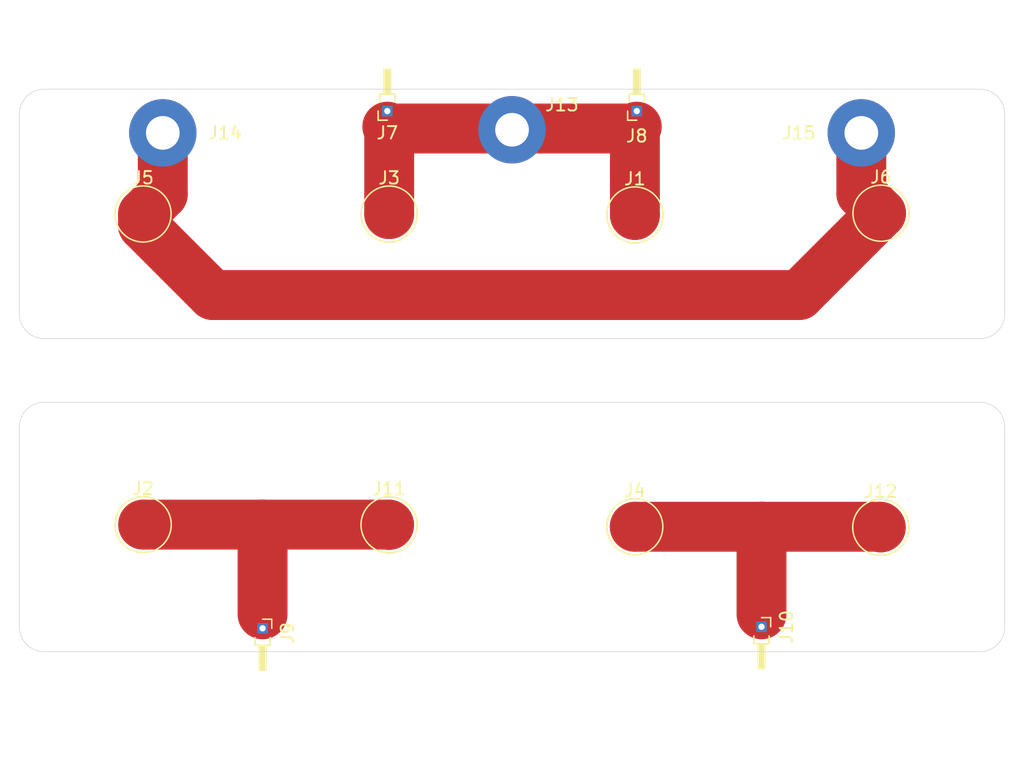
<source format=kicad_pcb>
(kicad_pcb (version 20241229) (generator "pcbnew") (generator_version "9.0")
  (layers (0 "F.Cu" signal) (2 "B.Cu" signal) (13 "F.Paste" user) (15 "B.Paste" user) (5 "F.SilkS" user "F.Silkscreen") (7 "B.SilkS" user "B.Silkscreen") (1 "F.Mask" user) (3 "B.Mask" user) (25 "Edge.Cuts" user))
  (net 0 "")
  (net 1 "+BATT")
  (net 2 "Net-(J11-Pin_1)")
  (net 3 "Net-(J10-Pin_1)")
  (net 4 "-BATT")
  (footprint "MountingHole:MountingHole_2.7mm_M2.5_Pad" (layer "F.Cu") (at 155.5 33.5)
    (property "Reference" "J15" (at -5 0 0) (layer "F.SilkS"))
    (property "Value" "INtConn")
    (pad "1" thru_hole circle (at 0 0) (size 5.4 5.4) (drill 2.7) (layers "*.Cu" "*.Mask") (net 4 "-BATT"))
  )
  (footprint "TestPoint:TestPoint_Pad_D4.0mm" (layer "F.Cu") (at 137.34 65.075)
    (property "Reference" "J4" (at 0 -2.898 0) (layer "F.SilkS"))
    (property "Value" "c4")
    (fp_circle (center 0 0) (end 0 2.25) (stroke (width 0.12)) (fill no) (layer "F.SilkS"))
    (pad "1" smd circle (at 0 0) (size 4 4) (layers "F.Cu" "F.Mask") (net 3 "Net-(J10-Pin_1)"))
  )
  (footprint "TestPoint:TestPoint_Pad_D4.0mm" (layer "F.Cu") (at 97.92 40)
    (property "Reference" "J5" (at 0 -2.898 0) (layer "F.SilkS"))
    (property "Value" "gnd1")
    (fp_circle (center 0 0) (end 0 2.25) (stroke (width 0.12)) (fill no) (layer "F.SilkS"))
    (pad "1" smd circle (at 0 0) (size 4 4) (layers "F.Cu" "F.Mask") (net 4 "-BATT"))
  )
  (footprint "TestPoint:TestPoint_Pad_D4.0mm" (layer "F.Cu") (at 117.65 40.01)
    (property "Reference" "J3" (at 0 -2.898 0) (layer "F.SilkS"))
    (property "Value" "c3")
    (fp_circle (center 0 0) (end 0 2.25) (stroke (width 0.12)) (fill no) (layer "F.SilkS"))
    (pad "1" smd circle (at 0 0) (size 4 4) (layers "F.Cu" "F.Mask") (net 1 "+BATT"))
  )
  (footprint "Connector_PinHeader_1.00mm:PinHeader_1x01_P1.00mm_Horizontal" (layer "F.Cu") (at 147.5 73.095 -90)
    (property "Reference" "J10" (at 0 -2 90) (layer "F.SilkS"))
    (property "Value" "conn")
    (fp_line (start 1.36 0.61) (end 0.735 0.610001) (stroke (width 0.12)) (layer "F.SilkS"))
    (fp_line (start -0.734999 0) (end -0.735 -0.735) (stroke (width 0.12)) (layer "F.SilkS"))
    (fp_line (start 1.36 -0.61) (end 1.36 0.61) (stroke (width 0.12)) (layer "F.SilkS"))
    (fp_line (start 0.735 -0.610001) (end 1.36 -0.61) (stroke (width 0.12)) (layer "F.SilkS"))
    (fp_line (start -0.735 -0.735) (end 0 -0.734999) (stroke (width 0.12)) (layer "F.SilkS"))
    (fp_poly (pts (xy 1.36 -0.26) (xy 3.36 -0.26) (xy 3.36 0.26) (xy 1.36 0.26)) (stroke (width 0.12)) (fill yes) (layer "F.SilkS"))
    (pad "1" thru_hole rect (at 0 0 270) (size 0.85 0.85) (drill 0.5) (layers "*.Cu" "*.Mask") (net 3 "Net-(J10-Pin_1)"))
  )
  (footprint "TestPoint:TestPoint_Pad_D4.0mm" (layer "F.Cu") (at 97.93 64.905)
    (property "Reference" "J2" (at 0 -2.898 0) (layer "F.SilkS"))
    (property "Value" "c2")
    (fp_circle (center 0 0) (end 0 2.25) (stroke (width 0.12)) (fill no) (layer "F.SilkS"))
    (pad "1" smd circle (at 0 0) (size 4 4) (layers "F.Cu" "F.Mask") (net 2 "Net-(J11-Pin_1)"))
  )
  (footprint "Connector_PinHeader_1.00mm:PinHeader_1x01_P1.00mm_Horizontal" (layer "F.Cu") (at 107.5 73.22 -90)
    (property "Reference" "J9" (at 0.375 -2 90) (layer "F.SilkS"))
    (property "Value" "conn")
    (fp_line (start 1.36 0.61) (end 0.735 0.610001) (stroke (width 0.12)) (layer "F.SilkS"))
    (fp_line (start -0.734999 0) (end -0.735 -0.735) (stroke (width 0.12)) (layer "F.SilkS"))
    (fp_line (start 1.36 -0.61) (end 1.36 0.61) (stroke (width 0.12)) (layer "F.SilkS"))
    (fp_line (start 0.735 -0.610001) (end 1.36 -0.61) (stroke (width 0.12)) (layer "F.SilkS"))
    (fp_line (start -0.735 -0.735) (end 0 -0.734999) (stroke (width 0.12)) (layer "F.SilkS"))
    (fp_poly (pts (xy 1.36 -0.26) (xy 3.36 -0.26) (xy 3.36 0.26) (xy 1.36 0.26)) (stroke (width 0.12)) (fill yes) (layer "F.SilkS"))
    (pad "1" thru_hole rect (at 0 0 270) (size 0.85 0.85) (drill 0.5) (layers "*.Cu" "*.Mask") (net 2 "Net-(J11-Pin_1)"))
  )
  (footprint "TestPoint:TestPoint_Pad_D4.0mm" (layer "F.Cu") (at 157.08 39.94)
    (property "Reference" "J6" (at 0 -2.898 0) (layer "F.SilkS"))
    (property "Value" "gnd2")
    (fp_circle (center 0 0) (end 0 2.25) (stroke (width 0.12)) (fill no) (layer "F.SilkS"))
    (pad "1" smd circle (at 0 0) (size 4 4) (layers "F.Cu" "F.Mask") (net 4 "-BATT"))
  )
  (footprint "MountingHole:MountingHole_2.7mm_M2.5_Pad" (layer "F.Cu") (at 127.5 33.25)
    (property "Reference" "J13" (at 4 -2 0) (layer "F.SilkS"))
    (property "Value" "INtConn")
    (pad "1" thru_hole circle (at 0 0) (size 5.4 5.4) (drill 2.7) (layers "*.Cu" "*.Mask") (net 1 "+BATT"))
  )
  (footprint "Connector_PinHeader_1.00mm:PinHeader_1x01_P1.00mm_Horizontal" (layer "F.Cu") (at 137.5 31.75 90)
    (property "Reference" "J8" (at -2 0 180) (layer "F.SilkS"))
    (property "Value" "conn")
    (fp_line (start -0.735 -0.735) (end 0 -0.734999) (stroke (width 0.12)) (layer "F.SilkS"))
    (fp_line (start 0.735 -0.610001) (end 1.36 -0.61) (stroke (width 0.12)) (layer "F.SilkS"))
    (fp_line (start 1.36 -0.61) (end 1.36 0.61) (stroke (width 0.12)) (layer "F.SilkS"))
    (fp_line (start -0.734999 0) (end -0.735 -0.735) (stroke (width 0.12)) (layer "F.SilkS"))
    (fp_line (start 1.36 0.61) (end 0.735 0.610001) (stroke (width 0.12)) (layer "F.SilkS"))
    (fp_poly (pts (xy 1.36 -0.26) (xy 3.36 -0.26) (xy 3.36 0.26) (xy 1.36 0.26)) (stroke (width 0.12)) (fill yes) (layer "F.SilkS"))
    (pad "1" thru_hole rect (at 0 0 90) (size 0.85 0.85) (drill 0.5) (layers "*.Cu" "*.Mask") (net 1 "+BATT"))
  )
  (footprint "MountingHole:MountingHole_2.7mm_M2.5_Pad" (layer "F.Cu") (at 99.5 33.5)
    (property "Reference" "J14" (at 5 0 0) (layer "F.SilkS"))
    (property "Value" "INtConn")
    (pad "1" thru_hole circle (at 0 0) (size 5.4 5.4) (drill 2.7) (layers "*.Cu" "*.Mask") (net 4 "-BATT"))
  )
  (footprint "Connector_PinHeader_1.00mm:PinHeader_1x01_P1.00mm_Horizontal" (layer "F.Cu") (at 117.5 31.75 90)
    (property "Reference" "J7" (at -1.75 0 180) (layer "F.SilkS"))
    (property "Value" "conn")
    (fp_line (start -0.735 -0.735) (end 0 -0.734999) (stroke (width 0.12)) (layer "F.SilkS"))
    (fp_line (start 0.735 -0.610001) (end 1.36 -0.61) (stroke (width 0.12)) (layer "F.SilkS"))
    (fp_line (start 1.36 -0.61) (end 1.36 0.61) (stroke (width 0.12)) (layer "F.SilkS"))
    (fp_line (start -0.734999 0) (end -0.735 -0.735) (stroke (width 0.12)) (layer "F.SilkS"))
    (fp_line (start 1.36 0.61) (end 0.735 0.610001) (stroke (width 0.12)) (layer "F.SilkS"))
    (fp_poly (pts (xy 1.36 -0.26) (xy 3.36 -0.26) (xy 3.36 0.26) (xy 1.36 0.26)) (stroke (width 0.12)) (fill yes) (layer "F.SilkS"))
    (pad "1" thru_hole rect (at 0 0 90) (size 0.85 0.85) (drill 0.5) (layers "*.Cu" "*.Mask") (net 1 "+BATT"))
  )
  (footprint "TestPoint:TestPoint_Pad_D4.0mm" (layer "F.Cu") (at 137.35 40.08)
    (property "Reference" "J1" (at 0 -2.898 0) (layer "F.SilkS"))
    (property "Value" "c1")
    (fp_circle (center 0 0) (end 0 2.25) (stroke (width 0.12)) (fill no) (layer "F.SilkS"))
    (pad "1" smd circle (at 0 0) (size 4 4) (layers "F.Cu" "F.Mask") (net 1 "+BATT"))
  )
  (footprint "TestPoint:TestPoint_Pad_D4.0mm" (layer "F.Cu") (at 157.06 65.125)
    (property "Reference" "J12" (at 0 -2.898 0) (layer "F.SilkS"))
    (property "Value" "c4")
    (fp_circle (center 0 0) (end 0 2.25) (stroke (width 0.12)) (fill no) (layer "F.SilkS"))
    (pad "1" smd circle (at 0 0) (size 4 4) (layers "F.Cu" "F.Mask") (net 3 "Net-(J10-Pin_1)"))
  )
  (footprint "TestPoint:TestPoint_Pad_D4.0mm" (layer "F.Cu") (at 117.64 64.925)
    (property "Reference" "J11" (at 0 -2.898 0) (layer "F.SilkS"))
    (property "Value" "c2")
    (fp_circle (center 0 0) (end 0 2.25) (stroke (width 0.12)) (fill no) (layer "F.SilkS"))
    (pad "1" smd circle (at 0 0) (size 4 4) (layers "F.Cu" "F.Mask") (net 2 "Net-(J11-Pin_1)"))
  )
  (gr_arc (start 88 57.095) (mid 88.585786 55.680786) (end 90 55.095) (stroke (width 0.05)) (layer "Edge.Cuts"))
  (gr_line (start 90 55.095) (end 165 55.095) (stroke (width 0.05)) (layer "Edge.Cuts"))
  (gr_arc (start 90 50) (mid 88.585786 49.414214) (end 88 48) (stroke (width 0.05)) (layer "Edge.Cuts"))
  (gr_arc (start 88 32) (mid 88.585786 30.585786) (end 90 30) (stroke (width 0.05)) (layer "Edge.Cuts"))
  (gr_line (start 90 30) (end 165 30) (stroke (width 0.05)) (layer "Edge.Cuts"))
  (gr_arc (start 90 75.095) (mid 88.585786 74.509214) (end 88 73.095) (stroke (width 0.05)) (layer "Edge.Cuts"))
  (gr_arc (start 167 73.095) (mid 166.414214 74.509214) (end 165 75.095) (stroke (width 0.05)) (layer "Edge.Cuts"))
  (gr_line (start 88 57.095) (end 88 73.095) (stroke (width 0.05)) (layer "Edge.Cuts"))
  (gr_line (start 167 48) (end 167 32) (stroke (width 0.05)) (layer "Edge.Cuts"))
  (gr_line (start 90 75.095) (end 165 75.095) (stroke (width 0.05)) (layer "Edge.Cuts"))
  (gr_line (start 165 50) (end 90 50) (stroke (width 0.05)) (layer "Edge.Cuts"))
  (gr_line (start 167 73.095) (end 167 57.095) (stroke (width 0.05)) (layer "Edge.Cuts"))
  (gr_arc (start 167 48) (mid 166.414214 49.414214) (end 165 50) (stroke (width 0.05)) (layer "Edge.Cuts"))
  (gr_arc (start 165 55.095) (mid 166.414214 55.680786) (end 167 57.095) (stroke (width 0.05)) (layer "Edge.Cuts"))
  (gr_line (start 88 32) (end 88 48) (stroke (width 0.05)) (layer "Edge.Cuts"))
  (gr_arc (start 165 30) (mid 166.414214 30.585786) (end 167 32) (stroke (width 0.05)) (layer "Edge.Cuts"))
  (segment (start 137.35 33.15) (end 137.5 33) (width 4) (layer "F.Cu") (net 1))
  (segment (start 117.65 40.01) (end 117.65 33.15) (width 4) (layer "F.Cu") (net 1))
  (segment (start 137.35 40.08) (end 137.35 33.15) (width 4) (layer "F.Cu") (net 1))
  (segment (start 117.65 33.15) (end 137.35 33.15) (width 4) (layer "F.Cu") (net 1))
  (segment (start 117.65 33.15) (end 117.5 33) (width 4) (layer "F.Cu") (net 1))
  (segment (start 107.5 64.905) (end 107.5 72.095) (width 4) (layer "F.Cu") (net 2))
  (segment (start 117.62 64.905) (end 117.64 64.925) (width 4) (layer "F.Cu") (net 2))
  (segment (start 97.93 64.905) (end 107.5 64.905) (width 4) (layer "F.Cu") (net 2))
  (segment (start 107.5 64.905) (end 117.62 64.905) (width 4) (layer "F.Cu") (net 2))
  (segment (start 137.34 65.075) (end 147.5 65.075) (width 4) (layer "F.Cu") (net 3))
  (segment (start 147.5 65.075) (end 147.5 72.095) (width 4) (layer "F.Cu") (net 3))
  (segment (start 157.01 65.075) (end 157.06 65.125) (width 4) (layer "F.Cu") (net 3))
  (segment (start 147.5 65.075) (end 157.01 65.075) (width 4) (layer "F.Cu") (net 3))
  (segment (start 97.92 40.92) (end 103.5 46.5) (width 4) (layer "F.Cu") (net 4))
  (segment (start 157.08 39.94) (end 150.52 46.5) (width 4) (layer "F.Cu") (net 4))
  (segment (start 99.5 38.42) (end 97.92 40) (width 4) (layer "F.Cu") (net 4))
  (segment (start 99.5 33.5) (end 99.5 38.42) (width 4) (layer "F.Cu") (net 4))
  (segment (start 97.92 40) (end 97.92 40.92) (width 4) (layer "F.Cu") (net 4))
  (segment (start 103.5 46.5) (end 150.52 46.5) (width 4) (layer "F.Cu") (net 4))
  (segment (start 155.5 33.5) (end 155.5 38.36) (width 4) (layer "F.Cu") (net 4))
  (segment (start 155.5 38.36) (end 157.08 39.94) (width 4) (layer "F.Cu") (net 4))
)
</source>
